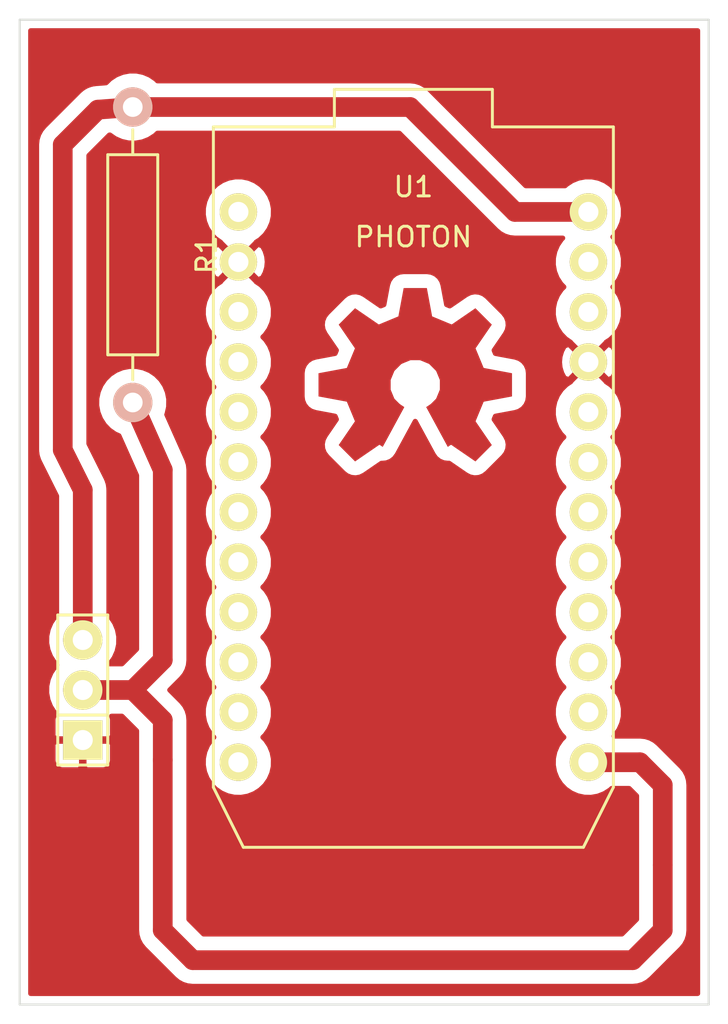
<source format=kicad_pcb>
(kicad_pcb (version 4) (host pcbnew "(2015-10-02 BZR 6241)-product")

  (general
    (links 6)
    (no_connects 0)
    (area 109.08 68.092 146.080001 120.092001)
    (thickness 1.6)
    (drawings 4)
    (tracks 23)
    (zones 0)
    (modules 4)
    (nets 24)
  )

  (page User 279.4 215.9)
  (title_block
    (title "Photon Sensor Board")
    (rev v1.1)
    (company Coredump)
  )

  (layers
    (0 F.Cu signal)
    (31 B.Cu signal hide)
    (32 B.Adhes user hide)
    (33 F.Adhes user hide)
    (34 B.Paste user hide)
    (35 F.Paste user hide)
    (36 B.SilkS user hide)
    (37 F.SilkS user hide)
    (38 B.Mask user hide)
    (39 F.Mask user hide)
    (40 Dwgs.User user hide)
    (41 Cmts.User user hide)
    (42 Eco1.User user hide)
    (43 Eco2.User user hide)
    (44 Edge.Cuts user)
  )

  (setup
    (last_trace_width 1)
    (user_trace_width 1)
    (trace_clearance 0.7)
    (zone_clearance 0.381)
    (zone_45_only no)
    (trace_min 0.508)
    (segment_width 0.2)
    (edge_width 0.1)
    (via_size 0.889)
    (via_drill 0.635)
    (via_min_size 0.889)
    (via_min_drill 0.508)
    (uvia_size 0.508)
    (uvia_drill 0.127)
    (uvias_allowed no)
    (uvia_min_size 0.508)
    (uvia_min_drill 0.127)
    (pcb_text_width 0.3)
    (pcb_text_size 1.5 1.5)
    (mod_edge_width 0.15)
    (mod_text_size 1 1)
    (mod_text_width 0.15)
    (pad_size 2 2)
    (pad_drill 1.016)
    (pad_to_mask_clearance 0)
    (aux_axis_origin 0 0)
    (visible_elements FFFCFFBF)
    (pcbplotparams
      (layerselection 0x00000_00000001)
      (usegerberextensions true)
      (excludeedgelayer true)
      (linewidth 0.150000)
      (plotframeref false)
      (viasonmask false)
      (mode 1)
      (useauxorigin false)
      (hpglpennumber 1)
      (hpglpenspeed 20)
      (hpglpendiameter 15)
      (hpglpenoverlay 2)
      (psnegative false)
      (psa4output false)
      (plotreference false)
      (plotvalue false)
      (plotinvisibletext false)
      (padsonsilk false)
      (subtractmaskfromsilk false)
      (outputformat 1)
      (mirror false)
      (drillshape 0)
      (scaleselection 1)
      (outputdirectory export/v1.1-selfetch/))
  )

  (net 0 "")
  (net 1 GND)
  (net 2 "Net-(R1-Pad1)")
  (net 3 "Net-(R1-Pad2)")
  (net 4 "Net-(U1-Pad1)")
  (net 5 "Net-(U1-Pad3)")
  (net 6 "Net-(U1-Pad4)")
  (net 7 "Net-(U1-Pad5)")
  (net 8 "Net-(U1-Pad6)")
  (net 9 "Net-(U1-Pad7)")
  (net 10 "Net-(U1-Pad8)")
  (net 11 "Net-(U1-Pad9)")
  (net 12 "Net-(U1-Pad10)")
  (net 13 "Net-(U1-Pad11)")
  (net 14 "Net-(U1-Pad12)")
  (net 15 "Net-(U1-Pad23)")
  (net 16 "Net-(U1-Pad22)")
  (net 17 "Net-(U1-Pad20)")
  (net 18 "Net-(U1-Pad19)")
  (net 19 "Net-(U1-Pad18)")
  (net 20 "Net-(U1-Pad17)")
  (net 21 "Net-(U1-Pad16)")
  (net 22 "Net-(U1-Pad15)")
  (net 23 "Net-(U1-Pad14)")

  (net_class Default "This is the default net class."
    (clearance 0.7)
    (trace_width 0.508)
    (via_dia 0.889)
    (via_drill 0.635)
    (uvia_dia 0.508)
    (uvia_drill 0.127)
    (add_net GND)
    (add_net "Net-(R1-Pad1)")
    (add_net "Net-(R1-Pad2)")
    (add_net "Net-(U1-Pad1)")
    (add_net "Net-(U1-Pad10)")
    (add_net "Net-(U1-Pad11)")
    (add_net "Net-(U1-Pad12)")
    (add_net "Net-(U1-Pad14)")
    (add_net "Net-(U1-Pad15)")
    (add_net "Net-(U1-Pad16)")
    (add_net "Net-(U1-Pad17)")
    (add_net "Net-(U1-Pad18)")
    (add_net "Net-(U1-Pad19)")
    (add_net "Net-(U1-Pad20)")
    (add_net "Net-(U1-Pad22)")
    (add_net "Net-(U1-Pad23)")
    (add_net "Net-(U1-Pad3)")
    (add_net "Net-(U1-Pad4)")
    (add_net "Net-(U1-Pad5)")
    (add_net "Net-(U1-Pad6)")
    (add_net "Net-(U1-Pad7)")
    (add_net "Net-(U1-Pad8)")
    (add_net "Net-(U1-Pad9)")
  )

  (module particle:photon (layer F.Cu) (tedit 56107F96) (tstamp 560FF607)
    (at 130.08 94.092)
    (path /560E663B)
    (fp_text reference U1 (at 0 -16.51) (layer F.SilkS)
      (effects (font (size 1 1) (thickness 0.15)))
    )
    (fp_text value PHOTON (at 0 -13.97) (layer F.SilkS)
      (effects (font (size 1 1) (thickness 0.15)))
    )
    (fp_text user "all layers" (at 0 19.05) (layer Cmts.User)
      (effects (font (size 1 1) (thickness 0.15)))
    )
    (fp_text user "recommended on" (at 0 16.51) (layer Cmts.User)
      (effects (font (size 1 1) (thickness 0.15)))
    )
    (fp_text user "signal keep out" (at 0 13.97) (layer Cmts.User)
      (effects (font (size 1 1) (thickness 0.15)))
    )
    (fp_text user "ground plane and" (at 0 11.43) (layer Cmts.User)
      (effects (font (size 1 1) (thickness 0.15)))
    )
    (fp_line (start 6.35 21.59) (end 7.62 21.59) (layer Dwgs.User) (width 0.15))
    (fp_line (start 7.62 21.59) (end 7.62 8.89) (layer Dwgs.User) (width 0.15))
    (fp_line (start 7.62 8.89) (end -7.62 8.89) (layer Dwgs.User) (width 0.15))
    (fp_line (start 6.35 21.59) (end -7.62 21.59) (layer Dwgs.User) (width 0.15))
    (fp_line (start -7.62 21.59) (end -7.62 8.89) (layer Dwgs.User) (width 0.15))
    (fp_line (start 10.16 13.97) (end 8.636 17.018) (layer F.SilkS) (width 0.15))
    (fp_line (start -10.16 13.97) (end -8.636 17.018) (layer F.SilkS) (width 0.15))
    (fp_line (start -8.636 17.018) (end 8.636 17.018) (layer F.SilkS) (width 0.15))
    (fp_line (start 10.16 -19.558) (end 10.16 13.97) (layer F.SilkS) (width 0.15))
    (fp_line (start -10.16 -19.558) (end -10.16 13.97) (layer F.SilkS) (width 0.15))
    (fp_line (start 4.0132 -19.558) (end 10.16 -19.558) (layer F.SilkS) (width 0.15))
    (fp_line (start -4.0132 -19.558) (end -10.16 -19.558) (layer F.SilkS) (width 0.15))
    (fp_line (start -4.0132 -21.463) (end -4.0132 -19.558) (layer F.SilkS) (width 0.15))
    (fp_line (start 4.0132 -21.463) (end 4.0132 -19.558) (layer F.SilkS) (width 0.15))
    (fp_line (start -4.0132 -21.463) (end 4.0132 -21.463) (layer F.SilkS) (width 0.15))
    (pad 1 thru_hole circle (at -8.89 -15.24) (size 1.9 1.9) (drill 1.02) (layers *.Cu *.Mask F.SilkS)
      (net 4 "Net-(U1-Pad1)"))
    (pad 2 thru_hole circle (at -8.89 -12.7) (size 1.9 1.9) (drill 1.02) (layers *.Cu *.Mask F.SilkS)
      (net 1 GND))
    (pad 3 thru_hole circle (at -8.89 -10.16) (size 1.9 1.9) (drill 1.02) (layers *.Cu *.Mask F.SilkS)
      (net 5 "Net-(U1-Pad3)"))
    (pad 4 thru_hole circle (at -8.89 -7.62) (size 1.9 1.9) (drill 1.02) (layers *.Cu *.Mask F.SilkS)
      (net 6 "Net-(U1-Pad4)"))
    (pad 5 thru_hole circle (at -8.89 -5.08) (size 1.9 1.9) (drill 1.02) (layers *.Cu *.Mask F.SilkS)
      (net 7 "Net-(U1-Pad5)"))
    (pad 6 thru_hole circle (at -8.89 -2.54) (size 1.9 1.9) (drill 1.02) (layers *.Cu *.Mask F.SilkS)
      (net 8 "Net-(U1-Pad6)"))
    (pad 7 thru_hole circle (at -8.89 0) (size 1.9 1.9) (drill 1.02) (layers *.Cu *.Mask F.SilkS)
      (net 9 "Net-(U1-Pad7)"))
    (pad 8 thru_hole circle (at -8.89 2.54) (size 1.9 1.9) (drill 1.02) (layers *.Cu *.Mask F.SilkS)
      (net 10 "Net-(U1-Pad8)"))
    (pad 9 thru_hole circle (at -8.89 5.08) (size 1.9 1.9) (drill 1.02) (layers *.Cu *.Mask F.SilkS)
      (net 11 "Net-(U1-Pad9)"))
    (pad 10 thru_hole circle (at -8.89 7.62) (size 1.9 1.9) (drill 1.02) (layers *.Cu *.Mask F.SilkS)
      (net 12 "Net-(U1-Pad10)"))
    (pad 11 thru_hole circle (at -8.89 10.16) (size 1.9 1.9) (drill 1.02) (layers *.Cu *.Mask F.SilkS)
      (net 13 "Net-(U1-Pad11)"))
    (pad 12 thru_hole circle (at -8.89 12.7) (size 1.9 1.9) (drill 1.02) (layers *.Cu *.Mask F.SilkS)
      (net 14 "Net-(U1-Pad12)"))
    (pad 24 thru_hole circle (at 8.89 -15.24) (size 1.9 1.9) (drill 1.02) (layers *.Cu *.Mask F.SilkS)
      (net 2 "Net-(R1-Pad1)"))
    (pad 23 thru_hole circle (at 8.89 -12.7) (size 1.9 1.9) (drill 1.02) (layers *.Cu *.Mask F.SilkS)
      (net 15 "Net-(U1-Pad23)"))
    (pad 22 thru_hole circle (at 8.89 -10.16) (size 1.9 1.9) (drill 1.02) (layers *.Cu *.Mask F.SilkS)
      (net 16 "Net-(U1-Pad22)"))
    (pad 21 thru_hole circle (at 8.89 -7.62) (size 1.9 1.9) (drill 1.02) (layers *.Cu *.Mask F.SilkS)
      (net 1 GND))
    (pad 20 thru_hole circle (at 8.89 -5.08) (size 1.9 1.9) (drill 1.02) (layers *.Cu *.Mask F.SilkS)
      (net 17 "Net-(U1-Pad20)"))
    (pad 19 thru_hole circle (at 8.89 -2.54) (size 1.9 1.9) (drill 1.02) (layers *.Cu *.Mask F.SilkS)
      (net 18 "Net-(U1-Pad19)"))
    (pad 18 thru_hole circle (at 8.89 0) (size 1.9 1.9) (drill 1.02) (layers *.Cu *.Mask F.SilkS)
      (net 19 "Net-(U1-Pad18)"))
    (pad 17 thru_hole circle (at 8.89 2.54) (size 1.9 1.9) (drill 1.02) (layers *.Cu *.Mask F.SilkS)
      (net 20 "Net-(U1-Pad17)"))
    (pad 16 thru_hole circle (at 8.89 5.08) (size 1.9 1.9) (drill 1.02) (layers *.Cu *.Mask F.SilkS)
      (net 21 "Net-(U1-Pad16)"))
    (pad 15 thru_hole circle (at 8.89 7.62) (size 1.9 1.9) (drill 1.02) (layers *.Cu *.Mask F.SilkS)
      (net 22 "Net-(U1-Pad15)"))
    (pad 14 thru_hole circle (at 8.89 10.16) (size 1.9 1.9) (drill 1.02) (layers *.Cu *.Mask F.SilkS)
      (net 23 "Net-(U1-Pad14)"))
    (pad 13 thru_hole circle (at 8.89 12.7) (size 1.9 1.9) (drill 1.02) (layers *.Cu *.Mask F.SilkS)
      (net 3 "Net-(R1-Pad2)"))
  )

  (module PIN_ARRAY_3X1 (layer F.Cu) (tedit 56108214) (tstamp 560E75DB)
    (at 113.284 103.124 90)
    (descr "Connecteur 3 pins")
    (tags "CONN DEV")
    (path /560E62F3)
    (fp_text reference U2 (at 0.254 -2.159 90) (layer F.SilkS) hide
      (effects (font (size 1.016 1.016) (thickness 0.1524)))
    )
    (fp_text value DS18B20 (at 0 -2.159 90) (layer F.SilkS) hide
      (effects (font (size 1.016 1.016) (thickness 0.1524)))
    )
    (fp_line (start -3.81 1.27) (end -3.81 -1.27) (layer F.SilkS) (width 0.1524))
    (fp_line (start -3.81 -1.27) (end 3.81 -1.27) (layer F.SilkS) (width 0.1524))
    (fp_line (start 3.81 -1.27) (end 3.81 1.27) (layer F.SilkS) (width 0.1524))
    (fp_line (start 3.81 1.27) (end -3.81 1.27) (layer F.SilkS) (width 0.1524))
    (fp_line (start -1.27 -1.27) (end -1.27 1.27) (layer F.SilkS) (width 0.1524))
    (pad 1 thru_hole rect (at -2.54 0 90) (size 2 2) (drill 1.016) (layers *.Cu *.Mask F.SilkS)
      (net 1 GND))
    (pad 2 thru_hole circle (at 0 0 90) (size 2 2) (drill 1.016) (layers *.Cu *.Mask F.SilkS)
      (net 3 "Net-(R1-Pad2)"))
    (pad 3 thru_hole circle (at 2.54 0 90) (size 2 2) (drill 1.016) (layers *.Cu *.Mask F.SilkS)
      (net 2 "Net-(R1-Pad1)"))
    (model pin_array/pins_array_3x1.wrl
      (at (xyz 0 0 0))
      (scale (xyz 1 1 1))
      (rotate (xyz 0 0 0))
    )
  )

  (module Resistors_ThroughHole:Resistor_Horizontal_RM15mm (layer F.Cu) (tedit 53F56292) (tstamp 560E75CF)
    (at 115.824 81.026 270)
    (descr "Resistor, Axial, RM 15mm,")
    (tags "Resistor, Axial, RM 15mm,")
    (path /560E63B9)
    (fp_text reference R1 (at 0 -3.74904 270) (layer F.SilkS)
      (effects (font (size 1 1) (thickness 0.15)))
    )
    (fp_text value 4.7kΩ (at 0 4.0005 270) (layer F.Fab)
      (effects (font (size 1 1) (thickness 0.15)))
    )
    (fp_line (start -5.08 -1.27) (end -5.08 1.27) (layer F.SilkS) (width 0.15))
    (fp_line (start -5.08 1.27) (end 5.08 1.27) (layer F.SilkS) (width 0.15))
    (fp_line (start 5.08 1.27) (end 5.08 -1.27) (layer F.SilkS) (width 0.15))
    (fp_line (start 5.08 -1.27) (end -5.08 -1.27) (layer F.SilkS) (width 0.15))
    (fp_line (start 6.35 0) (end 5.08 0) (layer F.SilkS) (width 0.15))
    (fp_line (start -6.35 0) (end -5.08 0) (layer F.SilkS) (width 0.15))
    (pad 1 thru_hole circle (at -7.5 0 270) (size 1.99898 1.99898) (drill 1.00076) (layers *.Cu *.SilkS *.Mask)
      (net 2 "Net-(R1-Pad1)"))
    (pad 2 thru_hole circle (at 7.5 0 270) (size 1.99898 1.99898) (drill 1.00076) (layers *.Cu *.SilkS *.Mask)
      (net 3 "Net-(R1-Pad2)"))
    (model Resistors_ThroughHole.3dshapes/Resistor_Horizontal_RM15mm.wrl
      (at (xyz 0 0 0))
      (scale (xyz 0.4 0.4 0.4))
      (rotate (xyz 0 0 0))
    )
  )

  (module oshw:oshw-copper-10 (layer F.Cu) (tedit 547A290D) (tstamp 56108406)
    (at 130.175 87.63)
    (fp_text reference OSHW_LOGO (at 0 6.35) (layer F.SilkS) hide
      (effects (font (thickness 0.3048)))
    )
    (fp_text value "" (at 2.54 8.89) (layer F.SilkS) hide
      (effects (font (thickness 0.3048)))
    )
    (pad "" smd trapezoid (at 0 -4.1656 180) (size 1.45796 1.4986) (rect_delta 0 -0.2794 ) (layers F.Cu F.Paste F.Mask))
    (pad "" smd trapezoid (at 2.94386 -2.94386 135) (size 1.45796 1.4986) (rect_delta 0 -0.2794 ) (layers F.Cu F.Paste F.Mask))
    (pad "" smd trapezoid (at 4.1656 0 90) (size 1.45796 1.4986) (rect_delta 0 -0.2794 ) (layers F.Cu F.Paste F.Mask))
    (pad "" smd trapezoid (at 2.94386 2.94386 45) (size 1.45796 1.4986) (rect_delta 0 -0.2794 ) (layers F.Cu F.Paste F.Mask))
    (pad "" smd trapezoid (at -2.94386 -2.94386 225) (size 1.45796 1.4986) (rect_delta 0 -0.2794 ) (layers F.Cu F.Paste F.Mask))
    (pad "" smd trapezoid (at -4.1656 0 270) (size 1.45796 1.4986) (rect_delta 0 -0.2794 ) (layers F.Cu F.Paste F.Mask))
    (pad "" smd trapezoid (at -2.94386 2.94386 315) (size 1.45796 1.4986) (rect_delta 0 -0.2794 ) (layers F.Cu F.Paste F.Mask))
    (pad "" smd trapezoid (at 0 -2.39522 180) (size 1.08204 2.29108) (rect_delta 0 0.41402 ) (layers F.Cu F.Paste F.Mask))
    (pad "" smd trapezoid (at -0.9144 -2.21234 202.5) (size 1.08204 2.29108) (rect_delta 0 0.41402 ) (layers F.Cu F.Paste F.Mask))
    (pad "" smd trapezoid (at 0.9144 -2.21234 157.5) (size 1.08204 2.29108) (rect_delta 0 0.41402 ) (layers F.Cu F.Paste F.Mask))
    (pad "" smd trapezoid (at 1.69164 -1.69164 135) (size 1.08204 2.29108) (rect_delta 0 0.41402 ) (layers F.Cu F.Paste F.Mask))
    (pad "" smd trapezoid (at -1.69164 -1.69164 225) (size 1.08204 2.29108) (rect_delta 0 0.41402 ) (layers F.Cu F.Paste F.Mask))
    (pad "" smd trapezoid (at 2.21234 -0.9144 112.5) (size 1.08204 2.29108) (rect_delta 0 0.41402 ) (layers F.Cu F.Paste F.Mask))
    (pad "" smd trapezoid (at -2.21234 -0.9144 247.5) (size 1.08204 2.29108) (rect_delta 0 0.41402 ) (layers F.Cu F.Paste F.Mask))
    (pad "" smd trapezoid (at 2.39522 0 90) (size 1.08204 2.29108) (rect_delta 0 0.41402 ) (layers F.Cu F.Paste F.Mask))
    (pad "" smd trapezoid (at -2.39522 0 270) (size 1.08204 2.29108) (rect_delta 0 0.41402 ) (layers F.Cu F.Paste F.Mask))
    (pad "" smd trapezoid (at -2.21234 0.9144 292.5) (size 1.08204 2.29108) (rect_delta 0 0.41402 ) (layers F.Cu F.Paste F.Mask))
    (pad "" smd trapezoid (at 2.21234 0.9144 67.5) (size 1.08204 2.29108) (rect_delta 0 0.41402 ) (layers F.Cu F.Paste F.Mask))
    (pad "" smd trapezoid (at 1.69164 1.69164 45) (size 1.08204 2.29108) (rect_delta 0 0.41402 ) (layers F.Cu F.Paste F.Mask))
    (pad "" smd trapezoid (at -1.69164 1.69164 315) (size 1.08204 2.29108) (rect_delta 0 0.41402 ) (layers F.Cu F.Paste F.Mask))
    (pad "" smd trapezoid (at -1.32842 1.99136 326.3) (size 0.54102 2.29108) (rect_delta 0 0.20828 ) (layers F.Cu F.Paste F.Mask))
    (pad "" smd trapezoid (at 1.32842 1.99136 33.7) (size 0.54102 2.29108) (rect_delta 0 0.20828 ) (layers F.Cu F.Paste F.Mask))
  )

  (gr_line (start 110.08 69.092) (end 145.08 69.092) (angle 90) (layer Edge.Cuts) (width 0.1))
  (gr_line (start 110.08 119.092) (end 110.08 69.092) (angle 90) (layer Edge.Cuts) (width 0.1))
  (gr_line (start 145.08 119.092) (end 110.08 119.092) (angle 90) (layer Edge.Cuts) (width 0.1))
  (gr_line (start 145.08 69.092) (end 145.08 119.092) (angle 90) (layer Edge.Cuts) (width 0.1))

  (segment (start 112.268 90.932) (end 112.268 75.438) (width 1) (layer F.Cu) (net 2))
  (segment (start 113.284 100.584) (end 113.284 92.964) (width 1) (layer F.Cu) (net 2) (status 10))
  (segment (start 113.284 92.964) (end 112.268 90.932) (width 1) (layer F.Cu) (net 2) (tstamp 56107D63))
  (segment (start 112.268 75.438) (end 114.046 73.66) (width 1) (layer F.Cu) (net 2) (tstamp 56108191))
  (segment (start 115.824 73.526) (end 114.046 73.66) (width 1) (layer F.Cu) (net 2))
  (segment (start 135.24 78.852) (end 129.914 73.526) (width 1) (layer F.Cu) (net 2) (status 20))
  (segment (start 129.914 73.526) (end 115.824 73.526) (width 1) (layer F.Cu) (net 2) (status 10))
  (segment (start 138.97 78.852) (end 135.24 78.852) (width 1) (layer F.Cu) (net 2))
  (segment (start 138.97 106.792) (end 141.59 106.792) (width 1) (layer F.Cu) (net 3))
  (segment (start 117.348 104.648) (end 117.348 106.68) (width 1) (layer F.Cu) (net 3) (tstamp 56107FE0))
  (segment (start 117.348 106.68) (end 117.348 115.316) (width 1) (layer F.Cu) (net 3) (tstamp 56107FE1))
  (segment (start 117.348 115.316) (end 118.872 116.84) (width 1) (layer F.Cu) (net 3) (tstamp 56107FE2))
  (segment (start 118.872 116.84) (end 141.224 116.84) (width 1) (layer F.Cu) (net 3) (tstamp 56107FE3))
  (segment (start 141.224 116.84) (end 142.748 115.316) (width 1) (layer F.Cu) (net 3) (tstamp 56107FE4))
  (segment (start 142.748 115.316) (end 142.748 112.014) (width 1) (layer F.Cu) (net 3) (tstamp 56107FE5))
  (segment (start 117.348 104.648) (end 115.824 103.124) (width 1) (layer F.Cu) (net 3))
  (segment (start 142.748 107.95) (end 142.748 112.014) (width 1) (layer F.Cu) (net 3) (tstamp 56107FE9))
  (segment (start 141.59 106.792) (end 142.748 107.95) (width 1) (layer F.Cu) (net 3) (tstamp 56107FE8))
  (segment (start 115.824 103.124) (end 117.348 101.6) (width 1) (layer F.Cu) (net 3))
  (segment (start 117.348 91.948) (end 115.824 88.526) (width 1) (layer F.Cu) (net 3) (tstamp 56107D5E) (status 20))
  (segment (start 117.348 101.6) (end 117.348 91.948) (width 1) (layer F.Cu) (net 3) (tstamp 56107D5D))
  (segment (start 115.824 103.124) (end 113.284 103.124) (width 1) (layer F.Cu) (net 3) (tstamp 56107C2F) (status 20))
  (segment (start 139.13 104.092) (end 138.97 104.252) (width 0.254) (layer F.Cu) (net 23) (tstamp 560FF41F))

  (zone (net 1) (net_name GND) (layer F.Cu) (tstamp 560F96A7) (hatch edge 0.508)
    (connect_pads (clearance 0.381))
    (min_thickness 0.254)
    (fill yes (arc_segments 32) (thermal_gap 0.381) (thermal_bridge_width 0.381))
    (polygon
      (pts
        (xy 109.08 68.092) (xy 146.08 68.092) (xy 146.08 120.092) (xy 109.08 120.092)
      )
    )
    (filled_polygon
      (pts
        (xy 144.522 118.534) (xy 110.638 118.534) (xy 110.638 105.8545) (xy 111.776 105.8545) (xy 111.776 106.714034)
        (xy 111.795522 106.812178) (xy 111.833816 106.904629) (xy 111.889411 106.987831) (xy 111.960169 107.05859) (xy 112.043372 107.114184)
        (xy 112.135822 107.152478) (xy 112.233967 107.172) (xy 113.0935 107.172) (xy 113.2205 107.045) (xy 113.2205 105.7275)
        (xy 113.3475 105.7275) (xy 113.3475 107.045) (xy 113.4745 107.172) (xy 114.334033 107.172) (xy 114.432178 107.152478)
        (xy 114.524628 107.114184) (xy 114.607831 107.05859) (xy 114.678589 106.987831) (xy 114.734184 106.904629) (xy 114.772478 106.812178)
        (xy 114.792 106.714034) (xy 114.792 105.8545) (xy 114.665 105.7275) (xy 113.3475 105.7275) (xy 113.2205 105.7275)
        (xy 111.903 105.7275) (xy 111.776 105.8545) (xy 110.638 105.8545) (xy 110.638 75.438) (xy 110.941 75.438)
        (xy 110.941 90.932) (xy 110.944811 90.970866) (xy 110.943288 91.009892) (xy 110.957423 91.09949) (xy 110.966273 91.189749)
        (xy 110.97756 91.227132) (xy 110.983646 91.265713) (xy 111.014913 91.350854) (xy 111.041127 91.43768) (xy 111.059462 91.472163)
        (xy 111.072925 91.508823) (xy 111.081095 91.525452) (xy 111.957 93.277262) (xy 111.957 99.326254) (xy 111.877665 99.403945)
        (xy 111.675241 99.699577) (xy 111.534094 100.028897) (xy 111.459601 100.379361) (xy 111.454599 100.737619) (xy 111.519277 101.090026)
        (xy 111.651174 101.423159) (xy 111.845264 101.724328) (xy 111.970014 101.85351) (xy 111.877665 101.943945) (xy 111.675241 102.239577)
        (xy 111.534094 102.568897) (xy 111.459601 102.919361) (xy 111.454599 103.277619) (xy 111.519277 103.630026) (xy 111.651174 103.963159)
        (xy 111.845264 104.264328) (xy 111.904211 104.325369) (xy 111.889411 104.340169) (xy 111.833816 104.423371) (xy 111.795522 104.515822)
        (xy 111.776 104.613966) (xy 111.776 105.4735) (xy 111.903 105.6005) (xy 113.2205 105.6005) (xy 113.2205 105.5805)
        (xy 113.3475 105.5805) (xy 113.3475 105.6005) (xy 114.665 105.6005) (xy 114.792 105.4735) (xy 114.792 104.613966)
        (xy 114.772478 104.515822) (xy 114.745628 104.451) (xy 115.274338 104.451) (xy 116.021 105.197661) (xy 116.021 115.316)
        (xy 116.032961 115.437989) (xy 116.043645 115.560104) (xy 116.045592 115.566807) (xy 116.046273 115.573749) (xy 116.081695 115.691074)
        (xy 116.115899 115.808805) (xy 116.11911 115.815) (xy 116.121127 115.82168) (xy 116.178665 115.929894) (xy 116.235084 116.038736)
        (xy 116.239439 116.044191) (xy 116.242714 116.050351) (xy 116.320164 116.145315) (xy 116.396659 116.241138) (xy 116.40624 116.250854)
        (xy 116.4064 116.25105) (xy 116.406582 116.2512) (xy 116.409669 116.254331) (xy 117.933669 117.77833) (xy 118.028365 117.856114)
        (xy 118.122289 117.934926) (xy 118.128407 117.938289) (xy 118.133796 117.942716) (xy 118.241798 118.000627) (xy 118.349239 118.059693)
        (xy 118.35589 118.061803) (xy 118.362039 118.0651) (xy 118.479214 118.100923) (xy 118.596101 118.138002) (xy 118.603041 118.13878)
        (xy 118.609709 118.140819) (xy 118.731593 118.1532) (xy 118.853472 118.166871) (xy 118.867112 118.166966) (xy 118.867368 118.166992)
        (xy 118.867607 118.166969) (xy 118.872 118.167) (xy 141.224 118.167) (xy 141.345989 118.155039) (xy 141.468104 118.144355)
        (xy 141.474807 118.142408) (xy 141.481749 118.141727) (xy 141.599074 118.106305) (xy 141.716805 118.072101) (xy 141.723 118.06889)
        (xy 141.72968 118.066873) (xy 141.837894 118.009335) (xy 141.946736 117.952916) (xy 141.952191 117.948561) (xy 141.958351 117.945286)
        (xy 142.053315 117.867836) (xy 142.149138 117.791341) (xy 142.158854 117.78176) (xy 142.15905 117.7816) (xy 142.1592 117.781418)
        (xy 142.162331 117.778331) (xy 143.68633 116.254331) (xy 143.764114 116.159635) (xy 143.842926 116.065711) (xy 143.846289 116.059593)
        (xy 143.850716 116.054204) (xy 143.908627 115.946202) (xy 143.967693 115.838761) (xy 143.969803 115.83211) (xy 143.9731 115.825961)
        (xy 144.008923 115.708786) (xy 144.046002 115.591899) (xy 144.04678 115.584959) (xy 144.048819 115.578291) (xy 144.0612 115.456407)
        (xy 144.074871 115.334528) (xy 144.074966 115.320888) (xy 144.074992 115.320632) (xy 144.074969 115.320393) (xy 144.075 115.316)
        (xy 144.075 107.95) (xy 144.063039 107.828011) (xy 144.052355 107.705896) (xy 144.050408 107.699193) (xy 144.049727 107.692251)
        (xy 144.014309 107.57494) (xy 143.980101 107.457194) (xy 143.976889 107.450998) (xy 143.974873 107.44432) (xy 143.917344 107.336125)
        (xy 143.860916 107.227264) (xy 143.856561 107.221809) (xy 143.853286 107.215649) (xy 143.775836 107.120685) (xy 143.699341 107.024862)
        (xy 143.689764 107.015151) (xy 143.6896 107.01495) (xy 143.689414 107.014796) (xy 143.68633 107.011669) (xy 142.528331 105.853669)
        (xy 142.433605 105.775861) (xy 142.339711 105.697074) (xy 142.333593 105.693711) (xy 142.328204 105.689284) (xy 142.220221 105.631384)
        (xy 142.112761 105.572307) (xy 142.106108 105.570197) (xy 142.09996 105.5669) (xy 141.982759 105.531068) (xy 141.865899 105.493998)
        (xy 141.858964 105.49322) (xy 141.852291 105.49118) (xy 141.730357 105.478794) (xy 141.608528 105.465129) (xy 141.594888 105.465034)
        (xy 141.594632 105.465008) (xy 141.594393 105.465031) (xy 141.59 105.465) (xy 140.273118 105.465) (xy 140.321689 105.418747)
        (xy 140.522568 105.133982) (xy 140.664311 104.815622) (xy 140.741518 104.475795) (xy 140.747076 104.077756) (xy 140.679388 103.735905)
        (xy 140.546589 103.413713) (xy 140.353739 103.12345) (xy 140.213268 102.981995) (xy 140.321689 102.878747) (xy 140.522568 102.593982)
        (xy 140.664311 102.275622) (xy 140.741518 101.935795) (xy 140.747076 101.537756) (xy 140.679388 101.195905) (xy 140.546589 100.873713)
        (xy 140.353739 100.58345) (xy 140.213268 100.441995) (xy 140.321689 100.338747) (xy 140.522568 100.053982) (xy 140.664311 99.735622)
        (xy 140.741518 99.395795) (xy 140.747076 98.997756) (xy 140.679388 98.655905) (xy 140.546589 98.333713) (xy 140.353739 98.04345)
        (xy 140.213268 97.901995) (xy 140.321689 97.798747) (xy 140.522568 97.513982) (xy 140.664311 97.195622) (xy 140.741518 96.855795)
        (xy 140.747076 96.457756) (xy 140.679388 96.115905) (xy 140.546589 95.793713) (xy 140.353739 95.50345) (xy 140.213268 95.361995)
        (xy 140.321689 95.258747) (xy 140.522568 94.973982) (xy 140.664311 94.655622) (xy 140.741518 94.315795) (xy 140.747076 93.917756)
        (xy 140.679388 93.575905) (xy 140.546589 93.253713) (xy 140.353739 92.96345) (xy 140.213268 92.821995) (xy 140.321689 92.718747)
        (xy 140.522568 92.433982) (xy 140.664311 92.115622) (xy 140.741518 91.775795) (xy 140.747076 91.377756) (xy 140.679388 91.035905)
        (xy 140.546589 90.713713) (xy 140.353739 90.42345) (xy 140.213268 90.281995) (xy 140.321689 90.178747) (xy 140.522568 89.893982)
        (xy 140.664311 89.575622) (xy 140.741518 89.235795) (xy 140.747076 88.837756) (xy 140.679388 88.495905) (xy 140.546589 88.173713)
        (xy 140.353739 87.88345) (xy 140.108183 87.636173) (xy 139.865929 87.47277) (xy 139.87018 87.461983) (xy 138.97 86.561803)
        (xy 138.06982 87.461983) (xy 138.074623 87.474171) (xy 137.851137 87.620416) (xy 137.602153 87.86424) (xy 137.405269 88.151782)
        (xy 137.267985 88.472089) (xy 137.19553 88.812961) (xy 137.190664 89.161415) (xy 137.253573 89.504178) (xy 137.38186 89.828193)
        (xy 137.570639 90.12112) (xy 137.726476 90.282494) (xy 137.602153 90.40424) (xy 137.405269 90.691782) (xy 137.267985 91.012089)
        (xy 137.19553 91.352961) (xy 137.190664 91.701415) (xy 137.253573 92.044178) (xy 137.38186 92.368193) (xy 137.570639 92.66112)
        (xy 137.726476 92.822494) (xy 137.602153 92.94424) (xy 137.405269 93.231782) (xy 137.267985 93.552089) (xy 137.19553 93.892961)
        (xy 137.190664 94.241415) (xy 137.253573 94.584178) (xy 137.38186 94.908193) (xy 137.570639 95.20112) (xy 137.726476 95.362494)
        (xy 137.602153 95.48424) (xy 137.405269 95.771782) (xy 137.267985 96.092089) (xy 137.19553 96.432961) (xy 137.190664 96.781415)
        (xy 137.253573 97.124178) (xy 137.38186 97.448193) (xy 137.570639 97.74112) (xy 137.726476 97.902494) (xy 137.602153 98.02424)
        (xy 137.405269 98.311782) (xy 137.267985 98.632089) (xy 137.19553 98.972961) (xy 137.190664 99.321415) (xy 137.253573 99.664178)
        (xy 137.38186 99.988193) (xy 137.570639 100.28112) (xy 137.726476 100.442494) (xy 137.602153 100.56424) (xy 137.405269 100.851782)
        (xy 137.267985 101.172089) (xy 137.19553 101.512961) (xy 137.190664 101.861415) (xy 137.253573 102.204178) (xy 137.38186 102.528193)
        (xy 137.570639 102.82112) (xy 137.726476 102.982494) (xy 137.602153 103.10424) (xy 137.405269 103.391782) (xy 137.267985 103.712089)
        (xy 137.19553 104.052961) (xy 137.190664 104.401415) (xy 137.253573 104.744178) (xy 137.38186 105.068193) (xy 137.570639 105.36112)
        (xy 137.726476 105.522494) (xy 137.602153 105.64424) (xy 137.405269 105.931782) (xy 137.267985 106.252089) (xy 137.19553 106.592961)
        (xy 137.190664 106.941415) (xy 137.253573 107.284178) (xy 137.38186 107.608193) (xy 137.570639 107.90112) (xy 137.812718 108.151801)
        (xy 138.098879 108.350688) (xy 138.41822 108.490205) (xy 138.758578 108.565037) (xy 139.106989 108.572335) (xy 139.450183 108.511821)
        (xy 139.775086 108.385799) (xy 140.069324 108.19907) (xy 140.153406 108.119) (xy 141.040338 108.119) (xy 141.421 108.499661)
        (xy 141.421 114.766339) (xy 140.674338 115.513) (xy 119.421661 115.513) (xy 118.675 114.766338) (xy 118.675 104.648)
        (xy 118.663039 104.526011) (xy 118.652355 104.403896) (xy 118.650408 104.397193) (xy 118.649727 104.390251) (xy 118.614309 104.27294)
        (xy 118.580101 104.155194) (xy 118.576889 104.148998) (xy 118.574873 104.14232) (xy 118.517344 104.034125) (xy 118.460916 103.925264)
        (xy 118.456561 103.919809) (xy 118.453286 103.913649) (xy 118.375831 103.818679) (xy 118.29934 103.722861) (xy 118.289764 103.713151)
        (xy 118.2896 103.71295) (xy 118.289414 103.712796) (xy 118.28633 103.709669) (xy 117.700661 103.124) (xy 118.28633 102.538331)
        (xy 118.364114 102.443635) (xy 118.442926 102.349711) (xy 118.446289 102.343593) (xy 118.450716 102.338204) (xy 118.508627 102.230202)
        (xy 118.567693 102.122761) (xy 118.569803 102.11611) (xy 118.5731 102.109961) (xy 118.608923 101.992786) (xy 118.646002 101.875899)
        (xy 118.64678 101.868959) (xy 118.648819 101.862291) (xy 118.6612 101.740407) (xy 118.674871 101.618528) (xy 118.674966 101.604888)
        (xy 118.674992 101.604632) (xy 118.674969 101.604393) (xy 118.675 101.6) (xy 118.675 91.948) (xy 118.674086 91.938675)
        (xy 118.674869 91.929334) (xy 118.661455 91.809856) (xy 118.649727 91.690251) (xy 118.647019 91.681281) (xy 118.645973 91.671966)
        (xy 118.609616 91.557397) (xy 118.574873 91.44232) (xy 118.570472 91.434043) (xy 118.567638 91.425112) (xy 118.560218 91.408134)
        (xy 117.550078 89.139957) (xy 117.565499 89.10532) (xy 117.644856 88.756028) (xy 117.650569 88.346903) (xy 117.580995 87.995532)
        (xy 117.444498 87.664366) (xy 117.246277 87.366019) (xy 116.993882 87.111855) (xy 116.696926 86.911556) (xy 116.366721 86.772751)
        (xy 116.015844 86.700726) (xy 115.657659 86.698225) (xy 115.305811 86.765344) (xy 114.9737 86.899526) (xy 114.673976 87.095659)
        (xy 114.418057 87.346274) (xy 114.21569 87.641824) (xy 114.074582 87.971052) (xy 114.00011 88.321418) (xy 113.995109 88.679576)
        (xy 114.059769 89.031885) (xy 114.191629 89.364925) (xy 114.385665 89.66601) (xy 114.634487 89.923673) (xy 114.928618 90.128098)
        (xy 115.122592 90.212844) (xy 116.021 92.230136) (xy 116.021 101.050339) (xy 115.274338 101.797) (xy 114.659625 101.797)
        (xy 114.673722 101.783576) (xy 114.880254 101.490798) (xy 115.025985 101.163481) (xy 115.105364 100.814092) (xy 115.111078 100.404853)
        (xy 115.041485 100.053384) (xy 114.904951 99.722125) (xy 114.706674 99.423695) (xy 114.611 99.327351) (xy 114.611 92.964)
        (xy 114.607189 92.925134) (xy 114.608712 92.886108) (xy 114.594577 92.79651) (xy 114.585727 92.706251) (xy 114.57444 92.668868)
        (xy 114.568354 92.630287) (xy 114.537087 92.545146) (xy 114.510873 92.45832) (xy 114.492538 92.423837) (xy 114.479075 92.387177)
        (xy 114.470905 92.370548) (xy 113.595 90.618738) (xy 113.595 84.081415) (xy 119.410664 84.081415) (xy 119.473573 84.424178)
        (xy 119.60186 84.748193) (xy 119.790639 85.04112) (xy 119.946476 85.202494) (xy 119.822153 85.32424) (xy 119.625269 85.611782)
        (xy 119.487985 85.932089) (xy 119.41553 86.272961) (xy 119.410664 86.621415) (xy 119.473573 86.964178) (xy 119.60186 87.288193)
        (xy 119.790639 87.58112) (xy 119.946476 87.742494) (xy 119.822153 87.86424) (xy 119.625269 88.151782) (xy 119.487985 88.472089)
        (xy 119.41553 88.812961) (xy 119.410664 89.161415) (xy 119.473573 89.504178) (xy 119.60186 89.828193) (xy 119.790639 90.12112)
        (xy 119.946476 90.282494) (xy 119.822153 90.40424) (xy 119.625269 90.691782) (xy 119.487985 91.012089) (xy 119.41553 91.352961)
        (xy 119.410664 91.701415) (xy 119.473573 92.044178) (xy 119.60186 92.368193) (xy 119.790639 92.66112) (xy 119.946476 92.822494)
        (xy 119.822153 92.94424) (xy 119.625269 93.231782) (xy 119.487985 93.552089) (xy 119.41553 93.892961) (xy 119.410664 94.241415)
        (xy 119.473573 94.584178) (xy 119.60186 94.908193) (xy 119.790639 95.20112) (xy 119.946476 95.362494) (xy 119.822153 95.48424)
        (xy 119.625269 95.771782) (xy 119.487985 96.092089) (xy 119.41553 96.432961) (xy 119.410664 96.781415) (xy 119.473573 97.124178)
        (xy 119.60186 97.448193) (xy 119.790639 97.74112) (xy 119.946476 97.902494) (xy 119.822153 98.02424) (xy 119.625269 98.311782)
        (xy 119.487985 98.632089) (xy 119.41553 98.972961) (xy 119.410664 99.321415) (xy 119.473573 99.664178) (xy 119.60186 99.988193)
        (xy 119.790639 100.28112) (xy 119.946476 100.442494) (xy 119.822153 100.56424) (xy 119.625269 100.851782) (xy 119.487985 101.172089)
        (xy 119.41553 101.512961) (xy 119.410664 101.861415) (xy 119.473573 102.204178) (xy 119.60186 102.528193) (xy 119.790639 102.82112)
        (xy 119.946476 102.982494) (xy 119.822153 103.10424) (xy 119.625269 103.391782) (xy 119.487985 103.712089) (xy 119.41553 104.052961)
        (xy 119.410664 104.401415) (xy 119.473573 104.744178) (xy 119.60186 105.068193) (xy 119.790639 105.36112) (xy 119.946476 105.522494)
        (xy 119.822153 105.64424) (xy 119.625269 105.931782) (xy 119.487985 106.252089) (xy 119.41553 106.592961) (xy 119.410664 106.941415)
        (xy 119.473573 107.284178) (xy 119.60186 107.608193) (xy 119.790639 107.90112) (xy 120.032718 108.151801) (xy 120.318879 108.350688)
        (xy 120.63822 108.490205) (xy 120.978578 108.565037) (xy 121.326989 108.572335) (xy 121.670183 108.511821) (xy 121.995086 108.385799)
        (xy 122.289324 108.19907) (xy 122.541689 107.958747) (xy 122.742568 107.673982) (xy 122.884311 107.355622) (xy 122.961518 107.015795)
        (xy 122.967076 106.617756) (xy 122.899388 106.275905) (xy 122.766589 105.953713) (xy 122.573739 105.66345) (xy 122.433268 105.521995)
        (xy 122.541689 105.418747) (xy 122.742568 105.133982) (xy 122.884311 104.815622) (xy 122.961518 104.475795) (xy 122.967076 104.077756)
        (xy 122.899388 103.735905) (xy 122.766589 103.413713) (xy 122.573739 103.12345) (xy 122.433268 102.981995) (xy 122.541689 102.878747)
        (xy 122.742568 102.593982) (xy 122.884311 102.275622) (xy 122.961518 101.935795) (xy 122.967076 101.537756) (xy 122.899388 101.195905)
        (xy 122.766589 100.873713) (xy 122.573739 100.58345) (xy 122.433268 100.441995) (xy 122.541689 100.338747) (xy 122.742568 100.053982)
        (xy 122.884311 99.735622) (xy 122.961518 99.395795) (xy 122.967076 98.997756) (xy 122.899388 98.655905) (xy 122.766589 98.333713)
        (xy 122.573739 98.04345) (xy 122.433268 97.901995) (xy 122.541689 97.798747) (xy 122.742568 97.513982) (xy 122.884311 97.195622)
        (xy 122.961518 96.855795) (xy 122.967076 96.457756) (xy 122.899388 96.115905) (xy 122.766589 95.793713) (xy 122.573739 95.50345)
        (xy 122.433268 95.361995) (xy 122.541689 95.258747) (xy 122.742568 94.973982) (xy 122.884311 94.655622) (xy 122.961518 94.315795)
        (xy 122.967076 93.917756) (xy 122.899388 93.575905) (xy 122.766589 93.253713) (xy 122.573739 92.96345) (xy 122.433268 92.821995)
        (xy 122.541689 92.718747) (xy 122.742568 92.433982) (xy 122.884311 92.115622) (xy 122.961518 91.775795) (xy 122.967076 91.377756)
        (xy 122.899388 91.035905) (xy 122.766589 90.713713) (xy 122.573739 90.42345) (xy 122.433268 90.281995) (xy 122.541689 90.178747)
        (xy 122.742568 89.893982) (xy 122.884311 89.575622) (xy 122.961518 89.235795) (xy 122.967076 88.837756) (xy 122.899388 88.495905)
        (xy 122.766589 88.173713) (xy 122.573739 87.88345) (xy 122.433268 87.741995) (xy 122.541689 87.638747) (xy 122.742568 87.353982)
        (xy 122.882041 87.04072) (xy 124.429099 87.04072) (xy 124.429099 88.21928) (xy 124.456424 88.430629) (xy 124.547123 88.64616)
        (xy 124.694276 88.82789) (xy 124.886233 88.961429) (xy 125.107792 89.036204) (xy 126.103905 89.22192) (xy 126.170841 89.383517)
        (xy 125.599271 90.217056) (xy 125.502283 90.406815) (xy 125.455196 90.635863) (xy 125.473784 90.86896) (xy 125.556575 91.08765)
        (xy 125.697015 91.274617) (xy 126.530383 92.107985) (xy 126.699151 92.23811) (xy 126.915688 92.32638) (xy 127.148244 92.350829)
        (xy 127.378404 92.309522) (xy 127.587944 92.205729) (xy 128.458876 91.608518) (xy 128.476133 91.611966) (xy 128.709123 91.592084)
        (xy 128.927351 91.508079) (xy 129.113535 91.366604) (xy 129.252934 91.17886) (xy 130.175 89.48102) (xy 131.097066 91.17886)
        (xy 131.217779 91.347084) (xy 131.399265 91.494538) (xy 131.614646 91.585593) (xy 131.846867 91.61304) (xy 131.887798 91.606238)
        (xy 132.762056 92.205729) (xy 132.951815 92.302717) (xy 133.180863 92.349804) (xy 133.41396 92.331216) (xy 133.63265 92.248425)
        (xy 133.819617 92.107985) (xy 134.652985 91.274617) (xy 134.78311 91.105849) (xy 134.87138 90.889312) (xy 134.895829 90.656756)
        (xy 134.854522 90.426596) (xy 134.750729 90.217056) (xy 134.179159 89.383517) (xy 134.246095 89.22192) (xy 135.242208 89.036204)
        (xy 135.444968 88.970605) (xy 135.640225 88.84194) (xy 135.791906 88.663971) (xy 135.888001 88.450791) (xy 135.920901 88.21928)
        (xy 135.920901 87.04072) (xy 135.893576 86.829371) (xy 135.802877 86.61384) (xy 135.692873 86.477988) (xy 137.504958 86.477988)
        (xy 137.534277 86.763688) (xy 137.61877 87.038179) (xy 137.748535 87.280956) (xy 137.980017 87.37218) (xy 138.880197 86.472)
        (xy 139.059803 86.472) (xy 139.959983 87.37218) (xy 140.191465 87.280956) (xy 140.325814 87.027116) (xy 140.408059 86.751943)
        (xy 140.435042 86.466012) (xy 140.405723 86.180312) (xy 140.32123 85.905821) (xy 140.191465 85.663044) (xy 139.959983 85.57182)
        (xy 139.059803 86.472) (xy 138.880197 86.472) (xy 137.980017 85.57182) (xy 137.748535 85.663044) (xy 137.614186 85.916884)
        (xy 137.531941 86.192057) (xy 137.504958 86.477988) (xy 135.692873 86.477988) (xy 135.655724 86.43211) (xy 135.463767 86.298571)
        (xy 135.242208 86.223796) (xy 134.246095 86.03808) (xy 134.179159 85.876483) (xy 134.750729 85.042944) (xy 134.847717 84.853185)
        (xy 134.894804 84.624137) (xy 134.876216 84.39104) (xy 134.793425 84.17235) (xy 134.652985 83.985383) (xy 133.819617 83.152015)
        (xy 133.650849 83.02189) (xy 133.434312 82.93362) (xy 133.201756 82.909171) (xy 132.971596 82.950478) (xy 132.762056 83.054271)
        (xy 131.928517 83.625841) (xy 131.76692 83.558905) (xy 131.581204 82.562792) (xy 131.515605 82.360032) (xy 131.38694 82.164775)
        (xy 131.208971 82.013094) (xy 130.995791 81.916999) (xy 130.76428 81.884099) (xy 129.58572 81.884099) (xy 129.374371 81.911424)
        (xy 129.15884 82.002123) (xy 128.97711 82.149276) (xy 128.843571 82.341233) (xy 128.768796 82.562792) (xy 128.58308 83.558905)
        (xy 128.421483 83.625841) (xy 127.587944 83.054271) (xy 127.398185 82.957283) (xy 127.169137 82.910196) (xy 126.93604 82.928784)
        (xy 126.71735 83.011575) (xy 126.530383 83.152015) (xy 125.697015 83.985383) (xy 125.56689 84.154151) (xy 125.47862 84.370688)
        (xy 125.454171 84.603244) (xy 125.495478 84.833404) (xy 125.599271 85.042944) (xy 126.170841 85.876483) (xy 126.103905 86.03808)
        (xy 125.107792 86.223796) (xy 124.905032 86.289395) (xy 124.709775 86.41806) (xy 124.558094 86.596029) (xy 124.461999 86.809209)
        (xy 124.429099 87.04072) (xy 122.882041 87.04072) (xy 122.884311 87.035622) (xy 122.961518 86.695795) (xy 122.967076 86.297756)
        (xy 122.899388 85.955905) (xy 122.766589 85.633713) (xy 122.573739 85.34345) (xy 122.433268 85.201995) (xy 122.541689 85.098747)
        (xy 122.742568 84.813982) (xy 122.884311 84.495622) (xy 122.961518 84.155795) (xy 122.967076 83.757756) (xy 122.899388 83.415905)
        (xy 122.766589 83.093713) (xy 122.573739 82.80345) (xy 122.328183 82.556173) (xy 122.085929 82.39277) (xy 122.09018 82.381983)
        (xy 121.19 81.481803) (xy 120.28982 82.381983) (xy 120.294623 82.394171) (xy 120.071137 82.540416) (xy 119.822153 82.78424)
        (xy 119.625269 83.071782) (xy 119.487985 83.392089) (xy 119.41553 83.732961) (xy 119.410664 84.081415) (xy 113.595 84.081415)
        (xy 113.595 81.397988) (xy 119.724958 81.397988) (xy 119.754277 81.683688) (xy 119.83877 81.958179) (xy 119.968535 82.200956)
        (xy 120.200017 82.29218) (xy 121.100197 81.392) (xy 121.279803 81.392) (xy 122.179983 82.29218) (xy 122.411465 82.200956)
        (xy 122.545814 81.947116) (xy 122.628059 81.671943) (xy 122.655042 81.386012) (xy 122.625723 81.100312) (xy 122.54123 80.825821)
        (xy 122.411465 80.583044) (xy 122.179983 80.49182) (xy 121.279803 81.392) (xy 121.100197 81.392) (xy 120.200017 80.49182)
        (xy 119.968535 80.583044) (xy 119.834186 80.836884) (xy 119.751941 81.112057) (xy 119.724958 81.397988) (xy 113.595 81.397988)
        (xy 113.595 79.001415) (xy 119.410664 79.001415) (xy 119.473573 79.344178) (xy 119.60186 79.668193) (xy 119.790639 79.96112)
        (xy 120.032718 80.211801) (xy 120.293385 80.39297) (xy 120.28982 80.402017) (xy 121.19 81.302197) (xy 122.09018 80.402017)
        (xy 122.084958 80.388765) (xy 122.289324 80.25907) (xy 122.541689 80.018747) (xy 122.742568 79.733982) (xy 122.884311 79.415622)
        (xy 122.961518 79.075795) (xy 122.967076 78.677756) (xy 122.899388 78.335905) (xy 122.766589 78.013713) (xy 122.573739 77.72345)
        (xy 122.328183 77.476173) (xy 122.039274 77.281301) (xy 121.718016 77.146257) (xy 121.376646 77.076184) (xy 121.028167 77.073751)
        (xy 120.685852 77.139051) (xy 120.36274 77.269597) (xy 120.071137 77.460416) (xy 119.822153 77.70424) (xy 119.625269 77.991782)
        (xy 119.487985 78.312089) (xy 119.41553 78.652961) (xy 119.410664 79.001415) (xy 113.595 79.001415) (xy 113.595 75.987662)
        (xy 114.636394 74.946268) (xy 114.664003 74.944187) (xy 114.928618 75.128098) (xy 115.256852 75.271501) (xy 115.60669 75.348417)
        (xy 115.964805 75.355919) (xy 116.317556 75.293719) (xy 116.651508 75.164188) (xy 116.953941 74.972258) (xy 117.079174 74.853)
        (xy 129.364338 74.853) (xy 134.301669 79.79033) (xy 134.396365 79.868114) (xy 134.490289 79.946926) (xy 134.496407 79.950289)
        (xy 134.501796 79.954716) (xy 134.609798 80.012627) (xy 134.717239 80.071693) (xy 134.72389 80.073803) (xy 134.730039 80.0771)
        (xy 134.847214 80.112923) (xy 134.964101 80.150002) (xy 134.971041 80.15078) (xy 134.977709 80.152819) (xy 135.099593 80.1652)
        (xy 135.221472 80.178871) (xy 135.235112 80.178966) (xy 135.235368 80.178992) (xy 135.235607 80.178969) (xy 135.24 80.179)
        (xy 137.668774 80.179) (xy 137.602153 80.24424) (xy 137.405269 80.531782) (xy 137.267985 80.852089) (xy 137.19553 81.192961)
        (xy 137.190664 81.541415) (xy 137.253573 81.884178) (xy 137.38186 82.208193) (xy 137.570639 82.50112) (xy 137.726476 82.662494)
        (xy 137.602153 82.78424) (xy 137.405269 83.071782) (xy 137.267985 83.392089) (xy 137.19553 83.732961) (xy 137.190664 84.081415)
        (xy 137.253573 84.424178) (xy 137.38186 84.748193) (xy 137.570639 85.04112) (xy 137.812718 85.291801) (xy 138.073385 85.47297)
        (xy 138.06982 85.482017) (xy 138.97 86.382197) (xy 139.87018 85.482017) (xy 139.864958 85.468765) (xy 140.069324 85.33907)
        (xy 140.321689 85.098747) (xy 140.522568 84.813982) (xy 140.664311 84.495622) (xy 140.741518 84.155795) (xy 140.747076 83.757756)
        (xy 140.679388 83.415905) (xy 140.546589 83.093713) (xy 140.353739 82.80345) (xy 140.213268 82.661995) (xy 140.321689 82.558747)
        (xy 140.522568 82.273982) (xy 140.664311 81.955622) (xy 140.741518 81.615795) (xy 140.747076 81.217756) (xy 140.679388 80.875905)
        (xy 140.546589 80.553713) (xy 140.353739 80.26345) (xy 140.213268 80.121995) (xy 140.321689 80.018747) (xy 140.522568 79.733982)
        (xy 140.664311 79.415622) (xy 140.741518 79.075795) (xy 140.747076 78.677756) (xy 140.679388 78.335905) (xy 140.546589 78.013713)
        (xy 140.353739 77.72345) (xy 140.108183 77.476173) (xy 139.819274 77.281301) (xy 139.498016 77.146257) (xy 139.156646 77.076184)
        (xy 138.808167 77.073751) (xy 138.465852 77.139051) (xy 138.14274 77.269597) (xy 137.851137 77.460416) (xy 137.785186 77.525)
        (xy 135.789661 77.525) (xy 130.852331 72.587669) (xy 130.757605 72.509861) (xy 130.663711 72.431074) (xy 130.657593 72.427711)
        (xy 130.652204 72.423284) (xy 130.544221 72.365384) (xy 130.436761 72.306307) (xy 130.430108 72.304197) (xy 130.42396 72.3009)
        (xy 130.306759 72.265068) (xy 130.189899 72.227998) (xy 130.182964 72.22722) (xy 130.176291 72.22518) (xy 130.054357 72.212794)
        (xy 129.932528 72.199129) (xy 129.918888 72.199034) (xy 129.918632 72.199008) (xy 129.918393 72.199031) (xy 129.914 72.199)
        (xy 117.08042 72.199) (xy 116.993882 72.111855) (xy 116.696926 71.911556) (xy 116.366721 71.772751) (xy 116.015844 71.700726)
        (xy 115.657659 71.698225) (xy 115.305811 71.765344) (xy 114.9737 71.899526) (xy 114.673976 72.095659) (xy 114.467926 72.297438)
        (xy 113.946273 72.336753) (xy 113.874502 72.349292) (xy 113.801896 72.355644) (xy 113.747216 72.37153) (xy 113.691152 72.381325)
        (xy 113.623184 72.407565) (xy 113.553195 72.427899) (xy 113.502649 72.454099) (xy 113.449548 72.4746) (xy 113.387965 72.513546)
        (xy 113.323264 72.547084) (xy 113.27877 72.582603) (xy 113.230661 72.613028) (xy 113.177817 72.663193) (xy 113.120862 72.708659)
        (xy 113.10767 72.721669) (xy 111.329669 74.499669) (xy 111.251861 74.594395) (xy 111.173074 74.688289) (xy 111.169711 74.694407)
        (xy 111.165284 74.699796) (xy 111.107384 74.807779) (xy 111.048307 74.915239) (xy 111.046197 74.921892) (xy 111.0429 74.92804)
        (xy 111.007068 75.045241) (xy 110.969998 75.162101) (xy 110.96922 75.169036) (xy 110.96718 75.175709) (xy 110.954794 75.297643)
        (xy 110.941129 75.419472) (xy 110.941034 75.433112) (xy 110.941008 75.433368) (xy 110.941031 75.433607) (xy 110.941 75.438)
        (xy 110.638 75.438) (xy 110.638 69.65) (xy 144.522 69.65)
      )
    )
  )
)

</source>
